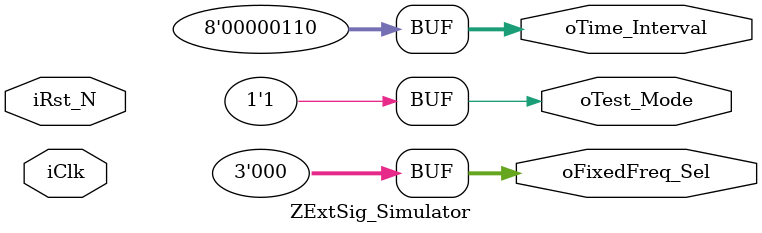
<source format=v>
`timescale 1ns / 1ps

//oFixedFreq_Sel
//[2:0]=0, select 1KHz as inner fixed frequency.
//[2:0]=1, select 100KHz as inner fixed frequency.
//[2:0]=2, select 1MHz as inner fixed frequency.

//oTime_Interval, select the resetting gap time interval.
//[7:0]=0: 1uS.
//[7:0]=1: 10uS.
//[7:0]=2: 100uS.
//[7:0]=3: 1mS.
//[7:0]=4: 10mS.
//[7:0]=5: 100mS.
//[7:0]=6: 1000mS.

module ZExtSig_Simulator(
    input iClk,
    input iRst_N,
    output oTest_Mode,
    output [2:0] oFixedFreq_Sel,
    output [7:0] oTime_Interval
    );

//oTest_Mode=0: iSig1, External Photon Pulse.
//assign oTest_Mode=1'b0;

//oTest_Mode=1: iSig2, Inner Fixed Frequency Signal.
assign oTest_Mode=1'b1;


//oFixedFreq_Sel
//iSelect=0, 50MHz/1KHz/2=25000
//iSelect=1, 50MHz/100KHz/2=250
//iSelect=2, 50MHz/1MHz/2=25
assign oFixedFreq_Sel=0;

//oTime_Interval.
//0: 1uS.
//1: 10uS.
//2: 100uS.
//3: 1mS.
//4: 10mS.
//5: 100mS.
//6: 1000mS.
assign oTime_Interval=6;
endmodule

</source>
